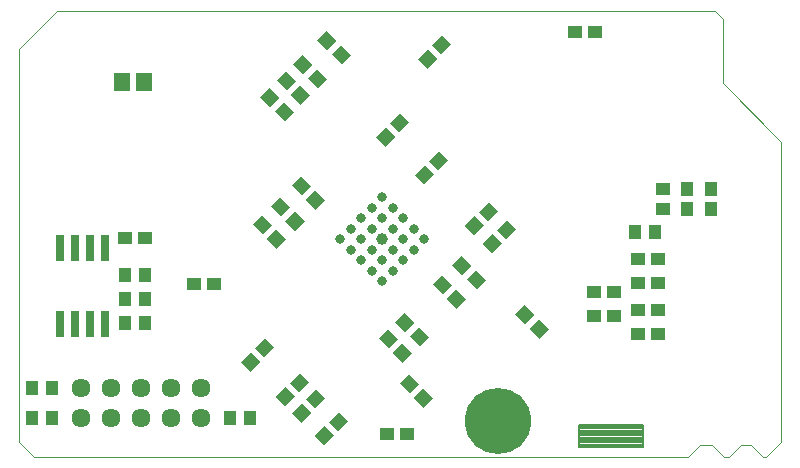
<source format=gbs>
G75*
%MOIN*%
%OFA0B0*%
%FSLAX25Y25*%
%IPPOS*%
%LPD*%
%AMOC8*
5,1,8,0,0,1.08239X$1,22.5*
%
%ADD10C,0.00000*%
%ADD11C,0.00800*%
%ADD12R,0.05518X0.06306*%
%ADD13R,0.04731X0.04337*%
%ADD14R,0.04337X0.04731*%
%ADD15C,0.06337*%
%ADD16R,0.02900X0.08900*%
%ADD17C,0.22054*%
%ADD18C,0.03175*%
%ADD19C,0.03962*%
D10*
X0003100Y0006600D02*
X0008100Y0001600D01*
X0226100Y0001600D01*
X0230100Y0005600D01*
X0234100Y0005600D01*
X0238100Y0001600D01*
X0239600Y0001600D01*
X0243600Y0005600D01*
X0247100Y0005600D01*
X0251100Y0001600D01*
X0252100Y0001600D01*
X0257100Y0006600D01*
X0257100Y0106600D01*
X0237600Y0126100D01*
X0237600Y0147600D01*
X0235100Y0150100D01*
X0015600Y0150100D01*
X0003100Y0137600D01*
X0003100Y0006600D01*
D11*
X0189900Y0006391D02*
X0211200Y0006391D01*
X0211200Y0005593D02*
X0189900Y0005593D01*
X0189900Y0004900D02*
X0189900Y0012300D01*
X0211200Y0012300D01*
X0211200Y0004900D01*
X0189900Y0004900D01*
X0189900Y0007190D02*
X0211200Y0007190D01*
X0211200Y0007988D02*
X0189900Y0007988D01*
X0189900Y0008787D02*
X0211200Y0008787D01*
X0211200Y0009585D02*
X0189900Y0009585D01*
X0189900Y0010384D02*
X0211200Y0010384D01*
X0211200Y0011182D02*
X0189900Y0011182D01*
X0189900Y0011981D02*
X0211200Y0011981D01*
D12*
X0044840Y0126600D03*
X0037360Y0126600D03*
D13*
G36*
X0086595Y0124671D02*
X0089939Y0121327D01*
X0086873Y0118261D01*
X0083529Y0121605D01*
X0086595Y0124671D01*
G37*
G36*
X0092095Y0130171D02*
X0095439Y0126827D01*
X0092373Y0123761D01*
X0089029Y0127105D01*
X0092095Y0130171D01*
G37*
G36*
X0097595Y0135671D02*
X0100939Y0132327D01*
X0097873Y0129261D01*
X0094529Y0132605D01*
X0097595Y0135671D01*
G37*
G36*
X0105630Y0143636D02*
X0108974Y0140292D01*
X0105908Y0137226D01*
X0102564Y0140570D01*
X0105630Y0143636D01*
G37*
G36*
X0110363Y0138903D02*
X0113707Y0135559D01*
X0110641Y0132493D01*
X0107297Y0135837D01*
X0110363Y0138903D01*
G37*
G36*
X0102327Y0130939D02*
X0105671Y0127595D01*
X0102605Y0124529D01*
X0099261Y0127873D01*
X0102327Y0130939D01*
G37*
G36*
X0096827Y0125439D02*
X0100171Y0122095D01*
X0097105Y0119029D01*
X0093761Y0122373D01*
X0096827Y0125439D01*
G37*
G36*
X0091327Y0119939D02*
X0094671Y0116595D01*
X0091605Y0113529D01*
X0088261Y0116873D01*
X0091327Y0119939D01*
G37*
G36*
X0122029Y0108095D02*
X0125373Y0111439D01*
X0128439Y0108373D01*
X0125095Y0105029D01*
X0122029Y0108095D01*
G37*
G36*
X0126761Y0112827D02*
X0130105Y0116171D01*
X0133171Y0113105D01*
X0129827Y0109761D01*
X0126761Y0112827D01*
G37*
G36*
X0139761Y0100327D02*
X0143105Y0103671D01*
X0146171Y0100605D01*
X0142827Y0097261D01*
X0139761Y0100327D01*
G37*
G36*
X0135029Y0095595D02*
X0138373Y0098939D01*
X0141439Y0095873D01*
X0138095Y0092529D01*
X0135029Y0095595D01*
G37*
G36*
X0156261Y0083327D02*
X0159605Y0086671D01*
X0162671Y0083605D01*
X0159327Y0080261D01*
X0156261Y0083327D01*
G37*
G36*
X0151529Y0078595D02*
X0154873Y0081939D01*
X0157939Y0078873D01*
X0154595Y0075529D01*
X0151529Y0078595D01*
G37*
G36*
X0157529Y0072595D02*
X0160873Y0075939D01*
X0163939Y0072873D01*
X0160595Y0069529D01*
X0157529Y0072595D01*
G37*
G36*
X0162261Y0077327D02*
X0165605Y0080671D01*
X0168671Y0077605D01*
X0165327Y0074261D01*
X0162261Y0077327D01*
G37*
G36*
X0150595Y0068671D02*
X0153939Y0065327D01*
X0150873Y0062261D01*
X0147529Y0065605D01*
X0150595Y0068671D01*
G37*
G36*
X0155327Y0063939D02*
X0158671Y0060595D01*
X0155605Y0057529D01*
X0152261Y0060873D01*
X0155327Y0063939D01*
G37*
G36*
X0144095Y0062171D02*
X0147439Y0058827D01*
X0144373Y0055761D01*
X0141029Y0059105D01*
X0144095Y0062171D01*
G37*
G36*
X0148827Y0057439D02*
X0152171Y0054095D01*
X0149105Y0051029D01*
X0145761Y0054373D01*
X0148827Y0057439D01*
G37*
G36*
X0131595Y0049671D02*
X0134939Y0046327D01*
X0131873Y0043261D01*
X0128529Y0046605D01*
X0131595Y0049671D01*
G37*
G36*
X0136327Y0044939D02*
X0139671Y0041595D01*
X0136605Y0038529D01*
X0133261Y0041873D01*
X0136327Y0044939D01*
G37*
G36*
X0126095Y0044171D02*
X0129439Y0040827D01*
X0126373Y0037761D01*
X0123029Y0041105D01*
X0126095Y0044171D01*
G37*
G36*
X0130827Y0039439D02*
X0134171Y0036095D01*
X0131105Y0033029D01*
X0127761Y0036373D01*
X0130827Y0039439D01*
G37*
G36*
X0133095Y0029171D02*
X0136439Y0025827D01*
X0133373Y0022761D01*
X0130029Y0026105D01*
X0133095Y0029171D01*
G37*
G36*
X0137827Y0024439D02*
X0141171Y0021095D01*
X0138105Y0018029D01*
X0134761Y0021373D01*
X0137827Y0024439D01*
G37*
X0132446Y0009100D03*
X0125754Y0009100D03*
G36*
X0106261Y0013327D02*
X0109605Y0016671D01*
X0112671Y0013605D01*
X0109327Y0010261D01*
X0106261Y0013327D01*
G37*
G36*
X0101529Y0008595D02*
X0104873Y0011939D01*
X0107939Y0008873D01*
X0104595Y0005529D01*
X0101529Y0008595D01*
G37*
G36*
X0094029Y0016095D02*
X0097373Y0019439D01*
X0100439Y0016373D01*
X0097095Y0013029D01*
X0094029Y0016095D01*
G37*
G36*
X0098761Y0020827D02*
X0102105Y0024171D01*
X0105171Y0021105D01*
X0101827Y0017761D01*
X0098761Y0020827D01*
G37*
G36*
X0088529Y0021595D02*
X0091873Y0024939D01*
X0094939Y0021873D01*
X0091595Y0018529D01*
X0088529Y0021595D01*
G37*
G36*
X0093261Y0026327D02*
X0096605Y0029671D01*
X0099671Y0026605D01*
X0096327Y0023261D01*
X0093261Y0026327D01*
G37*
G36*
X0077029Y0033095D02*
X0080373Y0036439D01*
X0083439Y0033373D01*
X0080095Y0030029D01*
X0077029Y0033095D01*
G37*
G36*
X0081761Y0037827D02*
X0085105Y0041171D01*
X0088171Y0038105D01*
X0084827Y0034761D01*
X0081761Y0037827D01*
G37*
X0067946Y0059100D03*
X0061254Y0059100D03*
X0044946Y0074600D03*
X0038254Y0074600D03*
G36*
X0084373Y0075761D02*
X0081029Y0079105D01*
X0084095Y0082171D01*
X0087439Y0078827D01*
X0084373Y0075761D01*
G37*
G36*
X0089105Y0071029D02*
X0085761Y0074373D01*
X0088827Y0077439D01*
X0092171Y0074095D01*
X0089105Y0071029D01*
G37*
G36*
X0095205Y0077029D02*
X0091861Y0080373D01*
X0094927Y0083439D01*
X0098271Y0080095D01*
X0095205Y0077029D01*
G37*
G36*
X0090473Y0081761D02*
X0087129Y0085105D01*
X0090195Y0088171D01*
X0093539Y0084827D01*
X0090473Y0081761D01*
G37*
G36*
X0102105Y0084029D02*
X0098761Y0087373D01*
X0101827Y0090439D01*
X0105171Y0087095D01*
X0102105Y0084029D01*
G37*
G36*
X0097373Y0088761D02*
X0094029Y0092105D01*
X0097095Y0095171D01*
X0100439Y0091827D01*
X0097373Y0088761D01*
G37*
G36*
X0171873Y0045761D02*
X0168529Y0049105D01*
X0171595Y0052171D01*
X0174939Y0048827D01*
X0171873Y0045761D01*
G37*
G36*
X0176605Y0041029D02*
X0173261Y0044373D01*
X0176327Y0047439D01*
X0179671Y0044095D01*
X0176605Y0041029D01*
G37*
X0194754Y0048600D03*
X0201446Y0048600D03*
X0209254Y0050600D03*
X0215946Y0050600D03*
X0215946Y0059600D03*
X0209254Y0059600D03*
X0201446Y0056600D03*
X0194754Y0056600D03*
X0209254Y0067600D03*
X0215946Y0067600D03*
X0217600Y0084254D03*
X0217600Y0090946D03*
G36*
X0142439Y0134373D02*
X0139095Y0131029D01*
X0136029Y0134095D01*
X0139373Y0137439D01*
X0142439Y0134373D01*
G37*
G36*
X0147171Y0139105D02*
X0143827Y0135761D01*
X0140761Y0138827D01*
X0144105Y0142171D01*
X0147171Y0139105D01*
G37*
X0188254Y0143100D03*
X0194946Y0143100D03*
X0209254Y0042600D03*
X0215946Y0042600D03*
D14*
X0214946Y0076600D03*
X0208254Y0076600D03*
X0225600Y0084254D03*
X0233600Y0084254D03*
X0233600Y0090946D03*
X0225600Y0090946D03*
X0079946Y0014600D03*
X0073254Y0014600D03*
X0044946Y0046100D03*
X0038254Y0046100D03*
X0038254Y0054100D03*
X0044946Y0054100D03*
X0044946Y0062100D03*
X0038254Y0062100D03*
X0013946Y0024600D03*
X0007254Y0024600D03*
X0007254Y0014600D03*
X0013946Y0014600D03*
D15*
X0023600Y0014600D03*
X0033600Y0014600D03*
X0043600Y0014600D03*
X0053600Y0014600D03*
X0063600Y0014600D03*
X0063600Y0024600D03*
X0053600Y0024600D03*
X0043600Y0024600D03*
X0033600Y0024600D03*
X0023600Y0024600D03*
D16*
X0021600Y0045900D03*
X0016600Y0045900D03*
X0026600Y0045900D03*
X0031600Y0045900D03*
X0031600Y0071300D03*
X0026600Y0071300D03*
X0021600Y0071300D03*
X0016600Y0071300D03*
D17*
X0162600Y0013600D03*
D18*
X0124100Y0060100D03*
X0120600Y0063600D03*
X0117100Y0067100D03*
X0113600Y0070600D03*
X0110100Y0074100D03*
X0113600Y0077600D03*
X0117100Y0074100D03*
X0120600Y0070600D03*
X0124100Y0067100D03*
X0127600Y0063600D03*
X0131100Y0067100D03*
X0127600Y0070600D03*
X0131100Y0074100D03*
X0127600Y0077600D03*
X0124100Y0081100D03*
X0120600Y0077600D03*
X0117100Y0081100D03*
X0120600Y0084600D03*
X0124100Y0088100D03*
X0127600Y0084600D03*
X0131100Y0081100D03*
X0134600Y0077600D03*
X0138100Y0074100D03*
X0134600Y0070600D03*
D19*
X0124100Y0074100D03*
M02*

</source>
